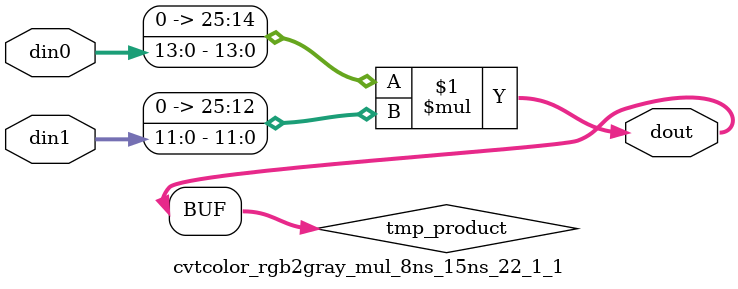
<source format=v>

`timescale 1 ns / 1 ps

  module cvtcolor_rgb2gray_mul_8ns_15ns_22_1_1(din0, din1, dout);
parameter ID = 1;
parameter NUM_STAGE = 0;
parameter din0_WIDTH = 14;
parameter din1_WIDTH = 12;
parameter dout_WIDTH = 26;

input [din0_WIDTH - 1 : 0] din0; 
input [din1_WIDTH - 1 : 0] din1; 
output [dout_WIDTH - 1 : 0] dout;

wire signed [dout_WIDTH - 1 : 0] tmp_product;










assign tmp_product = $signed({1'b0, din0}) * $signed({1'b0, din1});











assign dout = tmp_product;







endmodule

</source>
